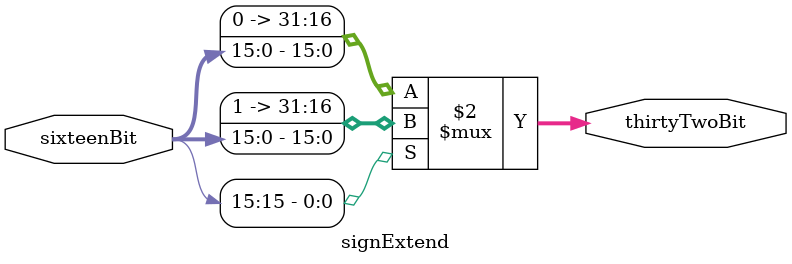
<source format=v>
module signExtend (sixteenBit,thirtyTwoBit);
output[31:0] thirtyTwoBit;
input [15:0] sixteenBit;


assign thirtyTwoBit = (sixteenBit[15]==0)? {16'h0,sixteenBit}:{16'hffff,sixteenBit};

endmodule

</source>
